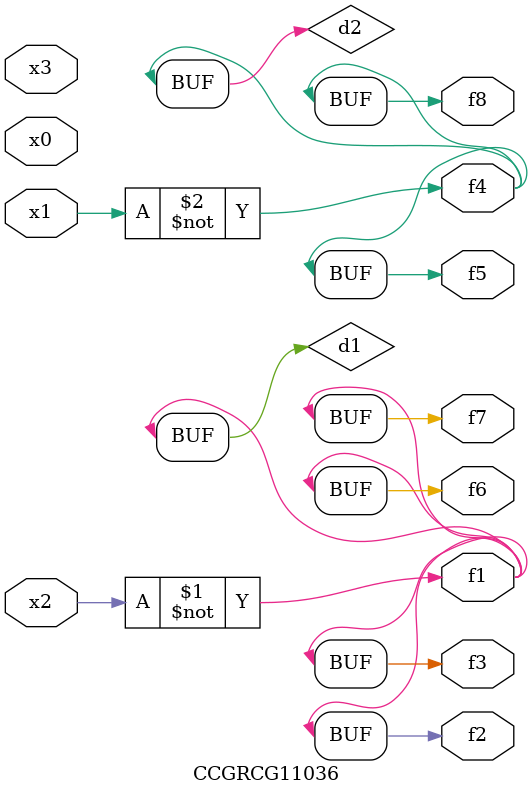
<source format=v>
module CCGRCG11036(
	input x0, x1, x2, x3,
	output f1, f2, f3, f4, f5, f6, f7, f8
);

	wire d1, d2;

	xnor (d1, x2);
	not (d2, x1);
	assign f1 = d1;
	assign f2 = d1;
	assign f3 = d1;
	assign f4 = d2;
	assign f5 = d2;
	assign f6 = d1;
	assign f7 = d1;
	assign f8 = d2;
endmodule

</source>
